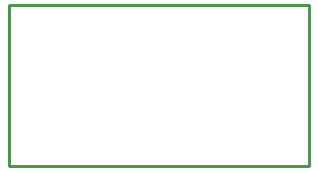
<source format=gbr>
G04 EAGLE Gerber RS-274X export*
G75*
%MOMM*%
%FSLAX34Y34*%
%LPD*%
%IN*%
%IPPOS*%
%AMOC8*
5,1,8,0,0,1.08239X$1,22.5*%
G01*
%ADD10C,0.254000*%


D10*
X0Y0D02*
X253800Y0D01*
X253800Y136400D01*
X0Y136400D01*
X0Y0D01*
M02*

</source>
